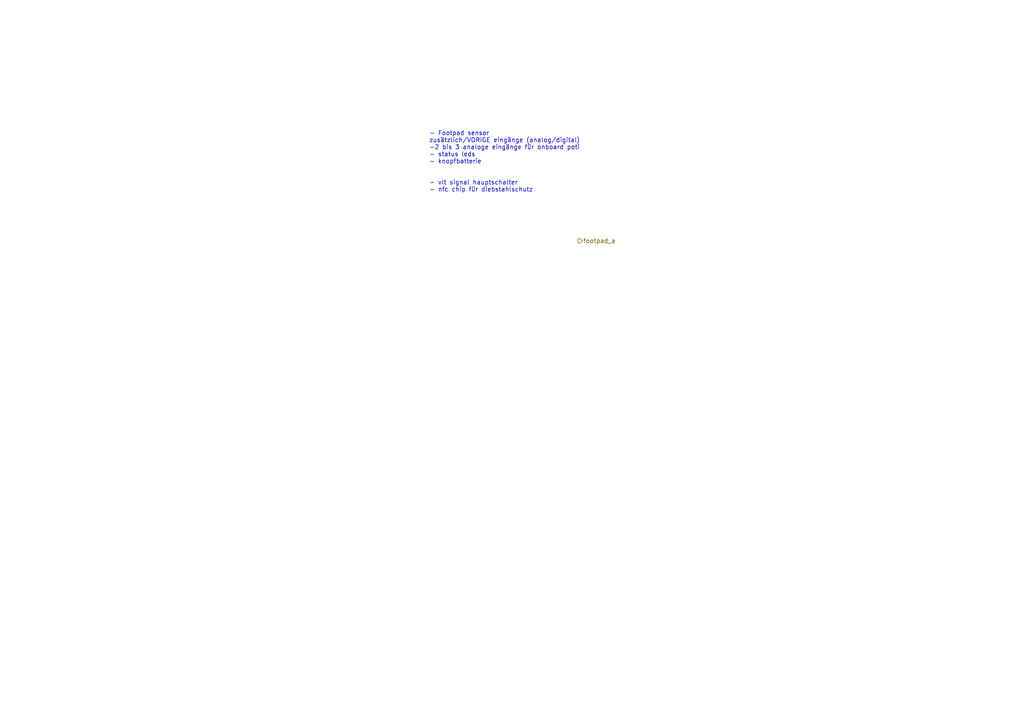
<source format=kicad_sch>
(kicad_sch (version 20211123) (generator eeschema)
  (paper "A4")
  (lib_symbols)
  (text "- Footpad sensor\nzusätzlich/VORIGE eingänge (analog/digital)\n-2 bis 3 analoge eingänge für onboard poti\n- status leds\n- knopfbatterie\n\n\n- vlt signal hauptschalter\n- nfc chip für diebstahlschutz\n" (at 124.46 55.88 0) (effects (font (size 1.27 1.27)) (justify left bottom)))
  (hierarchical_label "footpad_a " (shape output) (at 167.64 69.85 0))
)
</source>
